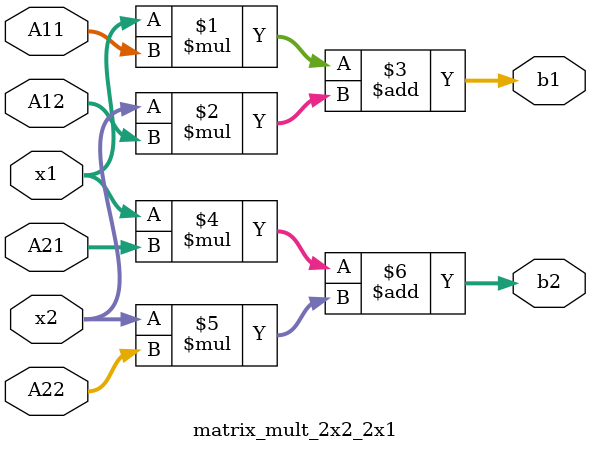
<source format=v>
`timescale 1ns / 1ps

module matrix_mult_2x2_2x1 (
    input wire signed [19:0] A11, A21, A12, A22, x1, x2,
    output wire signed [39:0] b1, b2
);
    assign b1 = x1*A11 + x2*A12;
    assign b2 = x1*A21 + x2*A22;
    
endmodule
</source>
